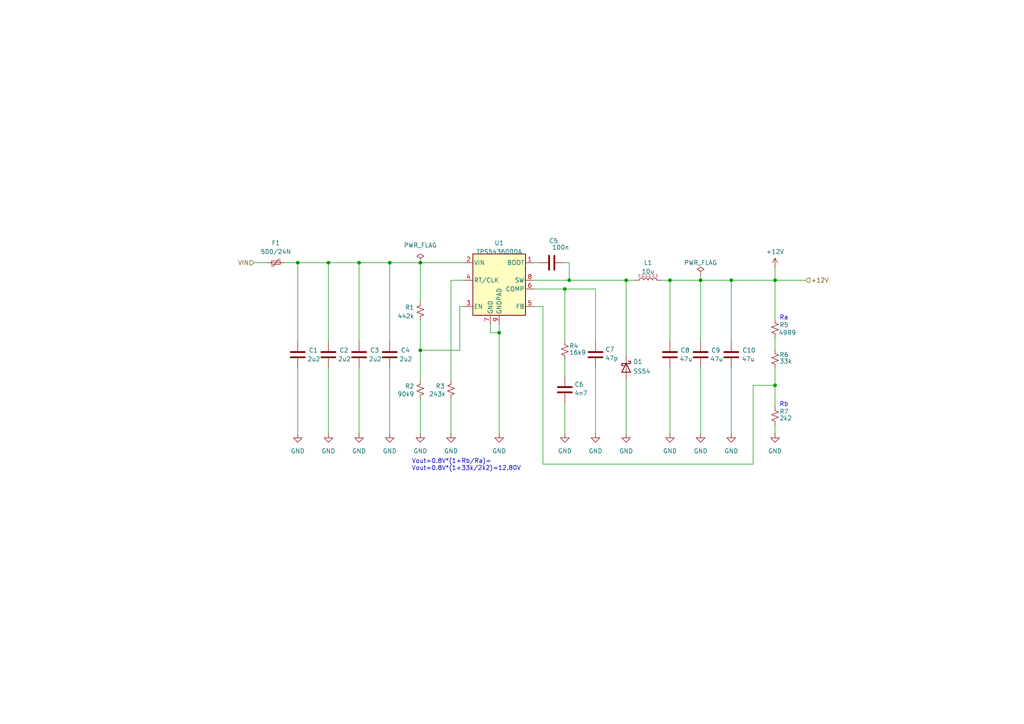
<source format=kicad_sch>
(kicad_sch (version 20250114) (generator "eeschema") (generator_version "9.0")
  (paper "A4")
  (title_block (title "UPS Lead Acid") (date "2025-06-05") (rev "1.0") (company "Electgpl"))
  (lib_symbols
    (symbol "Device:C" (pin_numbers (hide yes)) (pin_names (offset 0.254))
      (property "Reference" "C" (at 0.635 2.54 0))
      (property "Value" "C" (at 0.635 -2.54 0))
      (symbol "C_0_1"
        (polyline (pts (xy -2.032 0.762) (xy 2.032 0.762)) (stroke (width 0.508)))
        (polyline (pts (xy -2.032 -0.762) (xy 2.032 -0.762)) (stroke (width 0.508)))
      )
      (symbol "C_1_1"
        (pin passive line (at 0 3.81 270) (length 2.794) (name "~") (number "1"))
        (pin passive line (at 0 -3.81 90) (length 2.794) (name "~") (number "2"))
      )
    )
    (symbol "Device:L_Ferrite" (pin_numbers (hide yes)) (pin_names (offset 1.016) (hide yes))
      (property "Reference" "L" (at -1.27 0 90))
      (property "Value" "L_Ferrite" (at 2.794 0 90))
      (symbol "L_Ferrite_0_1"
        (arc (start 0 2.54) (mid 0.6323 1.905) (end 0 1.27))
        (arc (start 0 1.27) (mid 0.6323 0.635) (end 0 0))
        (arc (start 0 0) (mid 0.6323 -0.635) (end 0 -1.27))
        (arc (start 0 -1.27) (mid 0.6323 -1.905) (end 0 -2.54))
        (polyline (pts (xy 1.016 2.286) (xy 1.016 2.794)))
        (polyline (pts (xy 1.016 1.27) (xy 1.016 1.778)))
        (polyline (pts (xy 1.016 0.254) (xy 1.016 0.762)))
        (polyline (pts (xy 1.016 -0.762) (xy 1.016 -0.254)))
        (polyline (pts (xy 1.016 -1.778) (xy 1.016 -1.27)))
        (polyline (pts (xy 1.016 -2.794) (xy 1.016 -2.286)))
        (polyline (pts (xy 1.524 2.794) (xy 1.524 2.286)))
        (polyline (pts (xy 1.524 1.778) (xy 1.524 1.27)))
        (polyline (pts (xy 1.524 0.762) (xy 1.524 0.254)))
        (polyline (pts (xy 1.524 -0.254) (xy 1.524 -0.762)))
        (polyline (pts (xy 1.524 -1.27) (xy 1.524 -1.778)))
        (polyline (pts (xy 1.524 -2.286) (xy 1.524 -2.794)))
      )
      (symbol "L_Ferrite_1_1"
        (pin passive line (at 0 3.81 270) (length 1.27) (name "1") (number "1"))
        (pin passive line (at 0 -3.81 90) (length 1.27) (name "2") (number "2"))
      )
    )
    (symbol "Device:Polyfuse_Small" (pin_numbers (hide yes)) (pin_names (offset 0))
      (property "Reference" "F" (at -1.905 0 90))
      (property "Value" "Polyfuse_Small" (at 1.905 0 90))
      (symbol "Polyfuse_Small_0_1"
        (polyline (pts (xy -1.016 1.27) (xy -1.016 0.762) (xy 1.016 -0.762) (xy 1.016 -1.27)))
        (rectangle (start -0.508 1.27) (end 0.508 -1.27))
        (polyline (pts (xy 0 2.54) (xy 0 -2.54)))
      )
      (symbol "Polyfuse_Small_1_1"
        (pin passive line (at 0 2.54 270) (length 0.635) (name "~") (number "1"))
        (pin passive line (at 0 -2.54 90) (length 0.635) (name "~") (number "2"))
      )
    )
    (symbol "Device:R_Small_US" (pin_numbers (hide yes)) (pin_names (offset 0.254) (hide yes))
      (property "Reference" "R" (at 0.762 0.508 0))
      (property "Value" "R_Small_US" (at 0.762 -1.016 0))
      (symbol "R_Small_US_1_1"
        (polyline (pts (xy 0 1.524) (xy 1.016 1.143) (xy 0 0.762) (xy -1.016 0.381) (xy 0 0)))
        (polyline (pts (xy 0 0) (xy 1.016 -0.381) (xy 0 -0.762) (xy -1.016 -1.143) (xy 0 -1.524)))
        (pin passive line (at 0 2.54 270) (length 1.016) (name "~") (number "1"))
        (pin passive line (at 0 -2.54 90) (length 1.016) (name "~") (number "2"))
      )
    )
    (symbol "Diode:B240" (pin_numbers (hide yes)) (pin_names (offset 1.016) (hide yes))
      (property "Reference" "D" (at 0 2.54 0))
      (property "Value" "B240" (at 0 -2.54 0))
      (symbol "B240_0_1"
        (polyline (pts (xy -1.905 0.635) (xy -1.905 1.27) (xy -1.27 1.27) (xy -1.27 -1.27) (xy -0.635 -1.27) (xy -0.635 -0.635)) (stroke (width 0.254)))
        (polyline (pts (xy 1.27 1.27) (xy 1.27 -1.27) (xy -1.27 0) (xy 1.27 1.27)) (stroke (width 0.254)))
        (polyline (pts (xy 1.27 0) (xy -1.27 0)))
      )
      (symbol "B240_1_1"
        (pin passive line (at -3.81 0 0) (length 2.54) (name "K") (number "1"))
        (pin passive line (at 3.81 0 180) (length 2.54) (name "A") (number "2"))
      )
    )
    (symbol "Regulator_Switching:TPS54360DDA" (pin_names (offset 0.254))
      (property "Reference" "U" (at -7.62 11.43 0))
      (property "Value" "TPS54360DDA" (at -7.62 8.89 0))
      (symbol "TPS54360DDA_0_1"
        (rectangle (start -7.62 7.62) (end 7.62 -10.16) (stroke (width 0.254)) (fill (type background)))
      )
      (symbol "TPS54360DDA_1_1"
        (pin power_in line (at -10.16 5.08 0) (length 2.54) (name "VIN") (number "2"))
        (pin input line (at -10.16 0 0) (length 2.54) (name "RT/CLK") (number "4"))
        (pin input line (at -10.16 -7.62 0) (length 2.54) (name "EN") (number "3"))
        (pin power_in line (at -2.54 -12.7 90) (length 2.54) (name "GND") (number "7"))
        (pin power_in line (at 0 -12.7 90) (length 2.54) (name "GNDPAD") (number "9"))
        (pin input line (at 10.16 5.08 180) (length 2.54) (name "BOOT") (number "1"))
        (pin output line (at 10.16 0 180) (length 2.54) (name "SW") (number "8"))
        (pin passive line (at 10.16 -2.54 180) (length 2.54) (name "COMP") (number "6"))
        (pin input line (at 10.16 -7.62 180) (length 2.54) (name "FB") (number "5"))
      )
    )
    (symbol "power:+12V" (power) (pin_numbers (hide yes)) (pin_names (offset 0) (hide yes))
      (property "Value" "+12V" (at 0 3.556 0))
      (symbol "+12V_0_1"
        (polyline (pts (xy -0.762 1.27) (xy 0 2.54)))
        (polyline (pts (xy 0 2.54) (xy 0.762 1.27)))
        (polyline (pts (xy 0 0) (xy 0 2.54)))
      )
      (symbol "+12V_1_1"
        (pin power_in line (at 0 0 90) (length 0) (name "~") (number "1"))
      )
    )
    (symbol "power:GND" (power) (pin_numbers (hide yes)) (pin_names (offset 0) (hide yes))
      (property "Value" "GND" (at 0 -3.81 0))
      (symbol "GND_0_1"
        (polyline (pts (xy 0 0) (xy 0 -1.27) (xy 1.27 -1.27) (xy 0 -2.54) (xy -1.27 -1.27) (xy 0 -1.27)))
      )
      (symbol "GND_1_1"
        (pin power_in line (at 0 0 270) (length 0) (name "~") (number "1"))
      )
    )
    (symbol "power:PWR_FLAG" (power) (pin_numbers (hide yes)) (pin_names (offset 0) (hide yes))
      (property "Value" "PWR_FLAG" (at 0 3.81 0))
      (symbol "PWR_FLAG_0_0"
        (pin power_out line (at 0 0 90) (length 0) (name "~") (number "1"))
      )
      (symbol "PWR_FLAG_0_1"
        (polyline (pts (xy 0 0) (xy 0 1.27) (xy -1.016 1.905) (xy 0 2.54) (xy 1.016 1.905) (xy 0 1.27)))
      )
    )
  )
  (text "Ra" (at 226.06 92.964 0) (effects (font (size 1.27 1.27)) (justify left bottom)))
  (text "Vout=0.8V*(1+Rb/Ra)=\nVout=0.8V*(1+33k/2k2)=12.80V" (at 119.38 136.652 0) (effects (font (size 1.27 1.27)) (justify left bottom)))
  (text "Rb" (at 226.06 118.11 0) (effects (font (size 1.27 1.27)) (justify left bottom)))
  (junction (at 121.92 101.6))
  (junction (at 95.25 76.2))
  (junction (at 86.36 76.2))
  (junction (at 144.78 96.52))
  (junction (at 165.1 81.28))
  (junction (at 212.09 81.28))
  (junction (at 104.14 76.2))
  (junction (at 224.79 81.28))
  (junction (at 163.83 83.82))
  (junction (at 121.92 76.2))
  (junction (at 113.03 76.2))
  (junction (at 194.31 81.28))
  (junction (at 203.2 81.28))
  (junction (at 181.61 81.28))
  (junction (at 224.79 111.76))
  (wire (pts (xy 95.25 99.06) (xy 95.25 76.2)))
  (wire (pts (xy 121.92 76.2) (xy 121.92 87.63)))
  (wire (pts (xy 203.2 80.01) (xy 203.2 81.28)))
  (wire (pts (xy 224.79 106.68) (xy 224.79 111.76)))
  (wire (pts (xy 104.14 106.68) (xy 104.14 125.73)))
  (wire (pts (xy 82.55 76.2) (xy 86.36 76.2)))
  (wire (pts (xy 133.35 101.6) (xy 121.92 101.6)))
  (wire (pts (xy 73.66 76.2) (xy 77.47 76.2)))
  (wire (pts (xy 154.94 81.28) (xy 165.1 81.28)))
  (wire (pts (xy 142.24 93.98) (xy 142.24 96.52)))
  (wire (pts (xy 194.31 81.28) (xy 203.2 81.28)))
  (wire (pts (xy 218.44 134.62) (xy 218.44 111.76)))
  (wire (pts (xy 172.72 83.82) (xy 163.83 83.82)))
  (wire (pts (xy 203.2 106.68) (xy 203.2 125.73)))
  (wire (pts (xy 133.35 88.9) (xy 133.35 101.6)))
  (wire (pts (xy 212.09 106.68) (xy 212.09 125.73)))
  (wire (pts (xy 157.48 88.9) (xy 157.48 134.62)))
  (wire (pts (xy 163.83 76.2) (xy 165.1 76.2)))
  (wire (pts (xy 113.03 106.68) (xy 113.03 125.73)))
  (wire (pts (xy 130.81 115.57) (xy 130.81 125.73)))
  (wire (pts (xy 224.79 123.19) (xy 224.79 125.73)))
  (wire (pts (xy 212.09 81.28) (xy 212.09 99.06)))
  (wire (pts (xy 157.48 134.62) (xy 218.44 134.62)))
  (wire (pts (xy 142.24 96.52) (xy 144.78 96.52)))
  (wire (pts (xy 130.81 81.28) (xy 134.62 81.28)))
  (wire (pts (xy 181.61 81.28) (xy 184.15 81.28)))
  (wire (pts (xy 121.92 101.6) (xy 121.92 110.49)))
  (wire (pts (xy 86.36 76.2) (xy 95.25 76.2)))
  (wire (pts (xy 121.92 92.71) (xy 121.92 101.6)))
  (wire (pts (xy 224.79 77.47) (xy 224.79 81.28)))
  (wire (pts (xy 165.1 81.28) (xy 181.61 81.28)))
  (wire (pts (xy 95.25 76.2) (xy 104.14 76.2)))
  (wire (pts (xy 165.1 76.2) (xy 165.1 81.28)))
  (wire (pts (xy 194.31 81.28) (xy 194.31 99.06)))
  (wire (pts (xy 172.72 106.68) (xy 172.72 125.73)))
  (wire (pts (xy 233.68 81.28) (xy 224.79 81.28)))
  (wire (pts (xy 121.92 115.57) (xy 121.92 125.73)))
  (wire (pts (xy 203.2 81.28) (xy 203.2 99.06)))
  (wire (pts (xy 218.44 111.76) (xy 224.79 111.76)))
  (wire (pts (xy 181.61 110.49) (xy 181.61 125.73)))
  (wire (pts (xy 154.94 76.2) (xy 156.21 76.2)))
  (wire (pts (xy 113.03 76.2) (xy 121.92 76.2)))
  (wire (pts (xy 163.83 104.14) (xy 163.83 109.22)))
  (wire (pts (xy 144.78 93.98) (xy 144.78 96.52)))
  (wire (pts (xy 104.14 76.2) (xy 104.14 99.06)))
  (wire (pts (xy 212.09 81.28) (xy 224.79 81.28)))
  (wire (pts (xy 163.83 116.84) (xy 163.83 125.73)))
  (wire (pts (xy 224.79 92.71) (xy 224.79 81.28)))
  (wire (pts (xy 133.35 88.9) (xy 134.62 88.9)))
  (wire (pts (xy 194.31 81.28) (xy 191.77 81.28)))
  (wire (pts (xy 224.79 97.79) (xy 224.79 101.6)))
  (wire (pts (xy 130.81 110.49) (xy 130.81 81.28)))
  (wire (pts (xy 113.03 76.2) (xy 104.14 76.2)))
  (wire (pts (xy 144.78 96.52) (xy 144.78 125.73)))
  (wire (pts (xy 86.36 76.2) (xy 86.36 99.06)))
  (wire (pts (xy 163.83 83.82) (xy 163.83 99.06)))
  (wire (pts (xy 203.2 81.28) (xy 212.09 81.28)))
  (wire (pts (xy 154.94 88.9) (xy 157.48 88.9)))
  (wire (pts (xy 224.79 111.76) (xy 224.79 118.11)))
  (wire (pts (xy 86.36 106.68) (xy 86.36 125.73)))
  (wire (pts (xy 154.94 83.82) (xy 163.83 83.82)))
  (wire (pts (xy 194.31 106.68) (xy 194.31 125.73)))
  (wire (pts (xy 172.72 83.82) (xy 172.72 99.06)))
  (wire (pts (xy 95.25 106.68) (xy 95.25 125.73)))
  (wire (pts (xy 113.03 99.06) (xy 113.03 76.2)))
  (wire (pts (xy 134.62 76.2) (xy 121.92 76.2)))
  (wire (pts (xy 181.61 81.28) (xy 181.61 102.87)))
  (hierarchical_label "VIN" (shape input) (at 73.66 76.2 180))
  (hierarchical_label "+12V" (shape input) (at 233.68 81.28 0))
  (symbol (lib_id "power:GND") (at 181.61 125.73 0) (unit 1)
    (property "Reference" "#PWR010" (effects (hide yes)))
    (property "Value" "GND" (at 181.61 130.81 0))
    (property "Description" "Power symbol creates a global label with name \"GND\" , ground" (effects (hide yes)))
  )
  (symbol (lib_id "power:GND") (at 224.79 125.73 0) (unit 1)
    (property "Reference" "#PWR015" (effects (hide yes)))
    (property "Value" "GND" (at 224.79 130.81 0))
    (property "Description" "Power symbol creates a global label with name \"GND\" , ground" (effects (hide yes)))
  )
  (symbol (lib_id "Device:C") (at 172.72 102.87 0) (unit 1)
    (property "Reference" "C7" (at 175.514 101.346 0) (effects (justify left)))
    (property "Value" "47p" (at 175.514 103.886 0) (effects (justify left)))
    (property "Footprint" "Capacitor_SMD:C_0603_1608Metric" (effects (hide yes)))
    (property "Description" "Unpolarized capacitor" (effects (hide yes)))
    (property "Absolute minimum" "50V" (effects (hide yes)))
    (property "Reference MFG P/N" "C466230" (effects (hide yes)))
    (property "LCSC" "C1671" (effects (hide yes)))
    (property "MFR P/N" "CL10C470JB8NNNC" (effects (hide yes)))
  )
  (symbol (lib_id "power:PWR_FLAG") (at 121.92 76.2 0) (unit 1)
    (property "Reference" "#FLG01" (effects (hide yes)))
    (property "Value" "PWR_FLAG" (at 121.92 71.12 0))
    (property "Description" "Special symbol for telling ERC where power comes from" (effects (hide yes)))
  )
  (symbol (lib_id "power:GND") (at 121.92 125.73 0) (unit 1)
    (property "Reference" "#PWR05" (effects (hide yes)))
    (property "Value" "GND" (at 121.92 130.81 0))
    (property "Description" "Power symbol creates a global label with name \"GND\" , ground" (effects (hide yes)))
  )
  (symbol (lib_id "Device:R_Small_US") (at 224.79 120.65 0) (unit 1)
    (property "Reference" "R7" (at 226.06 119.38 0) (effects (justify left)))
    (property "Value" "2k2" (at 226.06 121.285 0) (effects (justify left)))
    (property "Footprint" "Resistor_SMD:R_0603_1608Metric" (effects (hide yes)))
    (property "Description" "Resistor, small US symbol" (effects (hide yes)))
    (property "Absolute minimum" "10k2 0402" (effects (hide yes)))
    (property "Reference MFG P/N" "C3015976" (effects (hide yes)))
    (property "LCSC" "C2907117" (effects (hide yes)))
    (property "MFR P/N" "FRC0603J222 TS" (effects (hide yes)))
  )
  (symbol (lib_id "Device:C") (at 163.83 113.03 0) (unit 1)
    (property "Reference" "C6" (at 166.624 111.506 0) (effects (justify left)))
    (property "Value" "4n7" (at 166.624 114.046 0) (effects (justify left)))
    (property "Footprint" "Capacitor_SMD:C_0603_1608Metric" (effects (hide yes)))
    (property "Description" "Unpolarized capacitor" (effects (hide yes)))
    (property "Absolute minimum" "50V" (effects (hide yes)))
    (property "Reference MFG P/N" "C7503510" (effects (hide yes)))
    (property "LCSC" "C1621" (effects (hide yes)))
    (property "MFR P/N" "CL10B472KB8NNNC" (effects (hide yes)))
  )
  (symbol (lib_id "Device:R_Small_US") (at 224.79 104.14 0) (unit 1)
    (property "Reference" "R6" (at 226.06 102.87 0) (effects (justify left)))
    (property "Value" "33k" (at 226.06 104.775 0) (effects (justify left)))
    (property "Footprint" "Resistor_SMD:R_0603_1608Metric" (effects (hide yes)))
    (property "Description" "Resistor, small US symbol" (effects (hide yes)))
    (property "Absolute minimum" "53k6 0402" (effects (hide yes)))
    (property "Reference MFG P/N" "C5153961" (effects (hide yes)))
    (property "LCSC" "C2907153" (effects (hide yes)))
    (property "MFR P/N" "FRC0603J333 TS" (effects (hide yes)))
  )
  (symbol (lib_id "Device:C") (at 194.31 102.87 180) (unit 1)
    (property "Reference" "C8" (at 197.358 101.6 0) (effects (justify right)))
    (property "Value" "47u" (at 197.104 104.14 0) (effects (justify right)))
    (property "Footprint" "Capacitor_SMD:C_0805_2012Metric" (effects (hide yes)))
    (property "Description" "Unpolarized capacitor" (effects (hide yes)))
    (property "Absolute minimum" "10V" (effects (hide yes)))
    (property "Reference MFG P/N" "C19103846" (effects (hide yes)))
    (property "LCSC" "C602037" (effects (hide yes)))
    (property "MFR P/N" "CL21A226MAYNNNE" (effects (hide yes)))
  )
  (symbol (lib_id "Device:Polyfuse_Small") (at 80.01 76.2 90) (unit 1)
    (property "Reference" "F1" (at 80.01 70.485 90))
    (property "Value" "500/24N" (at 80.01 73.025 90))
    (property "Footprint" "Fuse:Fuse_2920_7451Metric" (effects (hide yes)))
    (property "Description" "24V 5A 40A 10A 2920 Resettable Fuses ROHS" (effects (hide yes)))
    (property "Absolute minimum" "16V 3A" (effects (hide yes)))
    (property "Reference MFG P/N" "C6165172" (effects (hide yes)))
    (property "LCSC" "C6165172" (effects (hide yes)))
    (property "MFR P/N" "SMD2920-500/24N" (effects (hide yes)))
  )
  (symbol (lib_id "power:GND") (at 104.14 125.73 0) (unit 1)
    (property "Reference" "#PWR03" (effects (hide yes)))
    (property "Value" "GND" (at 104.14 130.81 0))
    (property "Description" "Power symbol creates a global label with name \"GND\" , ground" (effects (hide yes)))
  )
  (symbol (lib_id "power:GND") (at 130.81 125.73 0) (unit 1)
    (property "Reference" "#PWR06" (effects (hide yes)))
    (property "Value" "GND" (at 130.81 130.81 0))
    (property "Description" "Power symbol creates a global label with name \"GND\" , ground" (effects (hide yes)))
  )
  (symbol (lib_id "power:GND") (at 113.03 125.73 0) (unit 1)
    (property "Reference" "#PWR04" (effects (hide yes)))
    (property "Value" "GND" (at 113.03 130.81 0))
    (property "Description" "Power symbol creates a global label with name \"GND\" , ground" (effects (hide yes)))
  )
  (symbol (lib_id "Device:C") (at 104.14 102.87 180) (unit 1)
    (property "Reference" "C3" (at 107.315 101.6 0) (effects (justify right)))
    (property "Value" "2u2" (at 106.934 104.14 0) (effects (justify right)))
    (property "Footprint" "Capacitor_SMD:C_0603_1608Metric" (effects (hide yes)))
    (property "Description" "Unpolarized capacitor" (effects (hide yes)))
    (property "Absolute minimum" "100V" (effects (hide yes)))
    (property "Reference MFG P/N" "C6119935" (effects (hide yes)))
    (property "LCSC" "C913904" (effects (hide yes)))
    (property "MFR P/N" "CL10A225KB8NNNC" (effects (hide yes)))
  )
  (symbol (lib_id "power:GND") (at 144.78 125.73 0) (unit 1)
    (property "Reference" "#PWR07" (effects (hide yes)))
    (property "Value" "GND" (at 144.78 130.81 0))
    (property "Description" "Power symbol creates a global label with name \"GND\" , ground" (effects (hide yes)))
  )
  (symbol (lib_id "power:GND") (at 172.72 125.73 0) (unit 1)
    (property "Reference" "#PWR09" (effects (hide yes)))
    (property "Value" "GND" (at 172.72 130.81 0))
    (property "Description" "Power symbol creates a global label with name \"GND\" , ground" (effects (hide yes)))
  )
  (symbol (lib_id "Device:C") (at 113.03 102.87 180) (unit 1)
    (property "Reference" "C4" (at 116.205 101.6 0) (effects (justify right)))
    (property "Value" "2u2" (at 115.824 104.14 0) (effects (justify right)))
    (property "Footprint" "Capacitor_SMD:C_0603_1608Metric" (effects (hide yes)))
    (property "Description" "Unpolarized capacitor" (effects (hide yes)))
    (property "Absolute minimum" "100V" (effects (hide yes)))
    (property "Reference MFG P/N" "C6119935" (effects (hide yes)))
    (property "LCSC" "C913904" (effects (hide yes)))
    (property "MFR P/N" "CL10A225KB8NNNC" (effects (hide yes)))
  )
  (symbol (lib_id "power:+12V") (at 224.79 77.47 0) (unit 1)
    (property "Reference" "#PWR014" (effects (hide yes)))
    (property "Value" "+12V" (at 224.79 73.025 0))
    (property "Description" "Power symbol creates a global label with name \"+12V\"" (effects (hide yes)))
  )
  (symbol (lib_id "Device:R_Small_US") (at 130.81 113.03 0) (mirror y) (unit 1)
    (property "Reference" "R3" (at 129.032 112.014 0) (effects (justify left)))
    (property "Value" "243k" (at 129.286 114.3 0) (effects (justify left)))
    (property "Footprint" "Resistor_SMD:R_0603_1608Metric" (effects (hide yes)))
    (property "Description" "Resistor, small US symbol" (effects (hide yes)))
    (property "Absolute minimum" "243k 0402" (effects (hide yes)))
    (property "Reference MFG P/N" "C2998149" (effects (hide yes)))
    (property "LCSC" "C7467321" (effects (hide yes)))
    (property "MFR P/N" "FRC0603F2433TS" (effects (hide yes)))
  )
  (symbol (lib_id "Device:L_Ferrite") (at 187.96 81.28 90) (unit 1)
    (property "Reference" "L1" (at 187.96 76.2 90))
    (property "Value" "10u" (at 187.96 78.74 90))
    (property "Footprint" "Inductor_SMD:L_Taiyo-Yuden_NR-60xx" (effects (hide yes)))
    (property "Description" "Inductor with ferrite core" (effects (hide yes)))
    (property "Absolute minimum" "5A" (effects (hide yes)))
    (property "Reference MFG P/N" "C2849537 " (effects (hide yes)))
    (property "LCSC" "C360734" (effects (hide yes)))
    (property "MFR P/N" "VLS6045EX-100M" (effects (hide yes)))
  )
  (symbol (lib_id "power:GND") (at 203.2 125.73 0) (unit 1)
    (property "Reference" "#PWR012" (effects (hide yes)))
    (property "Value" "GND" (at 203.2 130.81 0))
    (property "Description" "Power symbol creates a global label with name \"GND\" , ground" (effects (hide yes)))
  )
  (symbol (lib_id "power:PWR_FLAG") (at 203.2 80.01 0) (unit 1)
    (property "Reference" "#FLG02" (effects (hide yes)))
    (property "Value" "PWR_FLAG" (at 203.2 76.2 0))
    (property "Description" "Special symbol for telling ERC where power comes from" (effects (hide yes)))
  )
  (symbol (lib_id "Device:R_Small_US") (at 224.79 95.25 0) (unit 1)
    (property "Reference" "R5" (at 226.06 94.234 0) (effects (justify left)))
    (property "Value" "49R9" (at 225.806 96.52 0) (effects (justify left)))
    (property "Footprint" "Resistor_SMD:R_0603_1608Metric" (effects (hide yes)))
    (property "Description" "Resistor, small US symbol" (effects (hide yes)))
    (property "Absolute minimum" "49R9 0402" (effects (hide yes)))
    (property "Reference MFG P/N" "C25120" (effects (hide yes)))
    (property "LCSC" "C2930110" (effects (hide yes)))
    (property "MFR P/N" "FRC0603F49R9TS" (effects (hide yes)))
  )
  (symbol (lib_id "power:GND") (at 163.83 125.73 0) (unit 1)
    (property "Reference" "#PWR08" (effects (hide yes)))
    (property "Value" "GND" (at 163.83 130.81 0))
    (property "Description" "Power symbol creates a global label with name \"GND\" , ground" (effects (hide yes)))
  )
  (symbol (lib_id "Device:C") (at 212.09 102.87 180) (unit 1)
    (property "Reference" "C10" (at 215.265 101.6 0) (effects (justify right)))
    (property "Value" "47u" (at 215.138 104.14 0) (effects (justify right)))
    (property "Footprint" "Capacitor_SMD:C_0805_2012Metric" (effects (hide yes)))
    (property "Description" "Unpolarized capacitor" (effects (hide yes)))
    (property "Absolute minimum" "10V" (effects (hide yes)))
    (property "Reference MFG P/N" "C19103846" (effects (hide yes)))
    (property "LCSC" "C602037" (effects (hide yes)))
    (property "MFR P/N" "CL21A226MAYNNNE" (effects (hide yes)))
  )
  (symbol (lib_id "Device:C") (at 203.2 102.87 180) (unit 1)
    (property "Reference" "C9" (at 206.248 101.6 0) (effects (justify right)))
    (property "Value" "47u" (at 205.994 104.14 0) (effects (justify right)))
    (property "Footprint" "Capacitor_SMD:C_0805_2012Metric" (effects (hide yes)))
    (property "Description" "Unpolarized capacitor" (effects (hide yes)))
    (property "Absolute minimum" "10V" (effects (hide yes)))
    (property "Reference MFG P/N" "C19103846" (effects (hide yes)))
    (property "LCSC" "C602037" (effects (hide yes)))
    (property "MFR P/N" "CL21A226MAYNNNE" (effects (hide yes)))
  )
  (symbol (lib_id "Diode:B240") (at 181.61 106.68 270) (unit 1)
    (property "Reference" "D1" (at 183.642 104.902 90) (effects (justify left)))
    (property "Value" "SS54" (at 183.642 107.696 90) (effects (justify left)))
    (property "Footprint" "Diode_SMD:D_SMC" (effects (hide yes)))
    (property "Datasheet" "http://www.jameco.com/Jameco/Products/ProdDS/1538777.pdf" (effects (hide yes)))
    (property "Description" "40V 2A Schottky Barrier Rectifier Diode, SMB" (effects (hide yes)))
    (property "Absolute minimum" "40V 5A" (effects (hide yes)))
    (property "Reference MFG P/N" "C5200096 " (effects (hide yes)))
    (property "LCSC" "C5199108" (effects (hide yes)))
    (property "MFR P/N" "SS54" (effects (hide yes)))
  )
  (symbol (lib_id "power:GND") (at 86.36 125.73 0) (unit 1)
    (property "Reference" "#PWR01" (effects (hide yes)))
    (property "Value" "GND" (at 86.36 130.81 0))
    (property "Description" "Power symbol creates a global label with name \"GND\" , ground" (effects (hide yes)))
  )
  (symbol (lib_id "power:GND") (at 95.25 125.73 0) (unit 1)
    (property "Reference" "#PWR02" (effects (hide yes)))
    (property "Value" "GND" (at 95.25 130.81 0))
    (property "Description" "Power symbol creates a global label with name \"GND\" , ground" (effects (hide yes)))
  )
  (symbol (lib_id "power:GND") (at 194.31 125.73 0) (unit 1)
    (property "Reference" "#PWR011" (effects (hide yes)))
    (property "Value" "GND" (at 194.31 130.81 0))
    (property "Description" "Power symbol creates a global label with name \"GND\" , ground" (effects (hide yes)))
  )
  (symbol (lib_id "Regulator_Switching:TPS54360DDA") (at 144.78 81.28 0) (unit 1)
    (property "Reference" "U1" (at 144.78 70.485 0))
    (property "Value" "TPS54360DDA" (at 144.78 73.025 0))
    (property "Footprint" "Package_SO:HSOP-8-1EP_3.9x4.9mm_P1.27mm_EP2.41x3.1mm_ThermalVias" (effects (hide yes)))
    (property "Datasheet" "http://www.ti.com/lit/ds/symlink/tps54360.pdf" (effects (hide yes)))
    (property "Description" "3.5A, Step Down DC-DC Converter with Eco-mode, 4.5-60V Input Voltage, PowerSO-8" (effects (hide yes)))
    (property "Absolute minimum" "TPS54360DDA" (effects (hide yes)))
    (property "Reference MFG P/N" "C44377" (effects (hide yes)))
    (property "LCSC" "C44377" (effects (hide yes)))
    (property "MFR P/N" "TPS54360DDAR" (effects (hide yes)))
  )
  (symbol (lib_id "Device:R_Small_US") (at 121.92 113.03 0) (mirror y) (unit 1)
    (property "Reference" "R2" (at 120.142 112.014 0) (effects (justify left)))
    (property "Value" "90k9" (at 120.142 114.3 0) (effects (justify left)))
    (property "Footprint" "Resistor_SMD:R_0603_1608Metric" (effects (hide yes)))
    (property "Description" "Resistor, small US symbol" (effects (hide yes)))
    (property "Absolute minimum" "90k9 0402" (effects (hide yes)))
    (property "Reference MFG P/N" "C26989" (effects (hide yes)))
    (property "LCSC" "C2930136" (effects (hide yes)))
    (property "MFR P/N" "FRC0603F9092TS" (effects (hide yes)))
  )
  (symbol (lib_id "Device:R_Small_US") (at 121.92 90.17 0) (mirror y) (unit 1)
    (property "Reference" "R1" (at 120.142 89.154 0) (effects (justify left)))
    (property "Value" "442k" (at 120.142 91.694 0) (effects (justify left)))
    (property "Footprint" "Resistor_SMD:R_0603_1608Metric" (effects (hide yes)))
    (property "Description" "Resistor, small US symbol" (effects (hide yes)))
    (property "Absolute minimum" "442k 0402" (effects (hide yes)))
    (property "Reference MFG P/N" "C3016035" (effects (hide yes)))
    (property "LCSC" "C23175" (effects (hide yes)))
    (property "MFR P/N" "0603WAF4423T5E" (effects (hide yes)))
  )
  (symbol (lib_id "Device:C") (at 86.36 102.87 180) (unit 1)
    (property "Reference" "C1" (at 89.535 101.6 0) (effects (justify right)))
    (property "Value" "2u2" (at 89.154 104.14 0) (effects (justify right)))
    (property "Footprint" "Capacitor_SMD:C_0603_1608Metric" (effects (hide yes)))
    (property "Description" "Unpolarized capacitor" (effects (hide yes)))
    (property "Absolute minimum" "100V" (effects (hide yes)))
    (property "Reference MFG P/N" "C6119935" (effects (hide yes)))
    (property "LCSC" "C913904" (effects (hide yes)))
    (property "MFR P/N" "CL10A225KB8NNNC" (effects (hide yes)))
  )
  (symbol (lib_id "power:GND") (at 212.09 125.73 0) (unit 1)
    (property "Reference" "#PWR013" (effects (hide yes)))
    (property "Value" "GND" (at 212.09 130.81 0))
    (property "Description" "Power symbol creates a global label with name \"GND\" , ground" (effects (hide yes)))
  )
  (symbol (lib_id "Device:R_Small_US") (at 163.83 101.6 0) (unit 1)
    (property "Reference" "R4" (at 165.1 100.33 0) (effects (justify left)))
    (property "Value" "16k9" (at 165.1 102.235 0) (effects (justify left)))
    (property "Footprint" "Resistor_SMD:R_0603_1608Metric" (effects (hide yes)))
    (property "Description" "Resistor, small US symbol" (effects (hide yes)))
    (property "Absolute minimum" "16k9 0402" (effects (hide yes)))
    (property "Reference MFG P/N" "C2929989" (effects (hide yes)))
    (property "LCSC" "C2933158" (effects (hide yes)))
    (property "MFR P/N" "FRC0603F1692TS" (effects (hide yes)))
  )
  (symbol (lib_id "Device:C") (at 95.25 102.87 180) (unit 1)
    (property "Reference" "C2" (at 98.425 101.6 0) (effects (justify right)))
    (property "Value" "2u2" (at 98.044 104.14 0) (effects (justify right)))
    (property "Footprint" "Capacitor_SMD:C_0603_1608Metric" (effects (hide yes)))
    (property "Description" "Unpolarized capacitor" (effects (hide yes)))
    (property "Absolute minimum" "100V" (effects (hide yes)))
    (property "Reference MFG P/N" "C6119935" (effects (hide yes)))
    (property "LCSC" "C913904" (effects (hide yes)))
    (property "MFR P/N" "CL10A225KB8NNNC" (effects (hide yes)))
  )
  (symbol (lib_id "Device:C") (at 160.02 76.2 90) (unit 1)
    (property "Reference" "C5" (at 161.925 69.85 90) (effects (justify left)))
    (property "Value" "100n" (at 165.1 71.755 90) (effects (justify left)))
    (property "Footprint" "Capacitor_SMD:C_0603_1608Metric" (effects (hide yes)))
    (property "Description" "Unpolarized capacitor" (effects (hide yes)))
    (property "Absolute minimum" "50V" (effects (hide yes)))
    (property "Reference MFG P/N" "C5142567" (effects (hide yes)))
    (property "LCSC" "C1591" (effects (hide yes)))
    (property "MFR P/N" "CL10B104KB8NNNC" (effects (hide yes)))
  )
)
</source>
